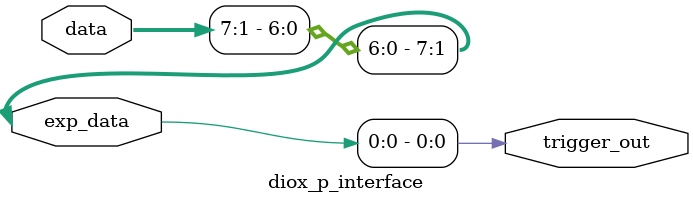
<source format=v>
`timescale 1 ns / 1 ps

module diox_p_interface #
(
    parameter integer DATA_WIDTH = 8
)
(
    inout wire [DATA_WIDTH-1:0] exp_data,
    input wire [DATA_WIDTH-1:0] data,
    output wire trigger_out
);

    assign exp_data[DATA_WIDTH-1:1] = data[DATA_WIDTH-1:1];
    assign trigger_out = exp_data[0];

endmodule

</source>
